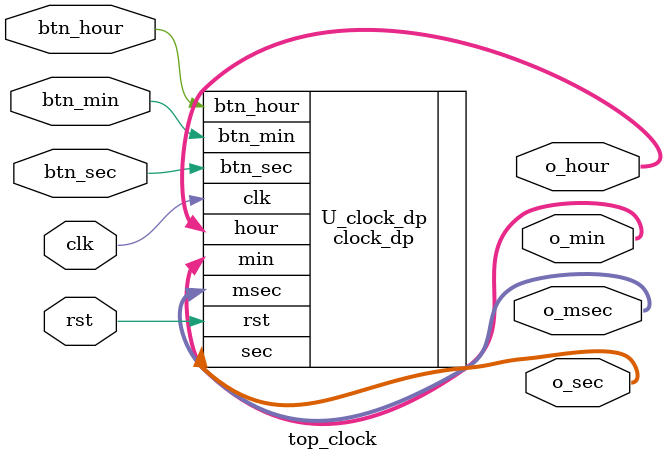
<source format=v>
`timescale 1ns / 1ps


module top_clock(
    input clk,rst,
    input btn_hour,btn_min,btn_sec,
    output [6:0] o_msec,
    output [5:0] o_sec, o_min,
    output [4:0] o_hour
    );




clock_dp U_clock_dp(
    .clk(clk),
    .rst(rst),
    .btn_hour(btn_hour), 
    .btn_min(btn_min),
    .btn_sec(btn_sec),
    .msec(o_msec),
    .sec(o_sec),
    .min(o_min),
    .hour(o_hour)
);




endmodule

</source>
